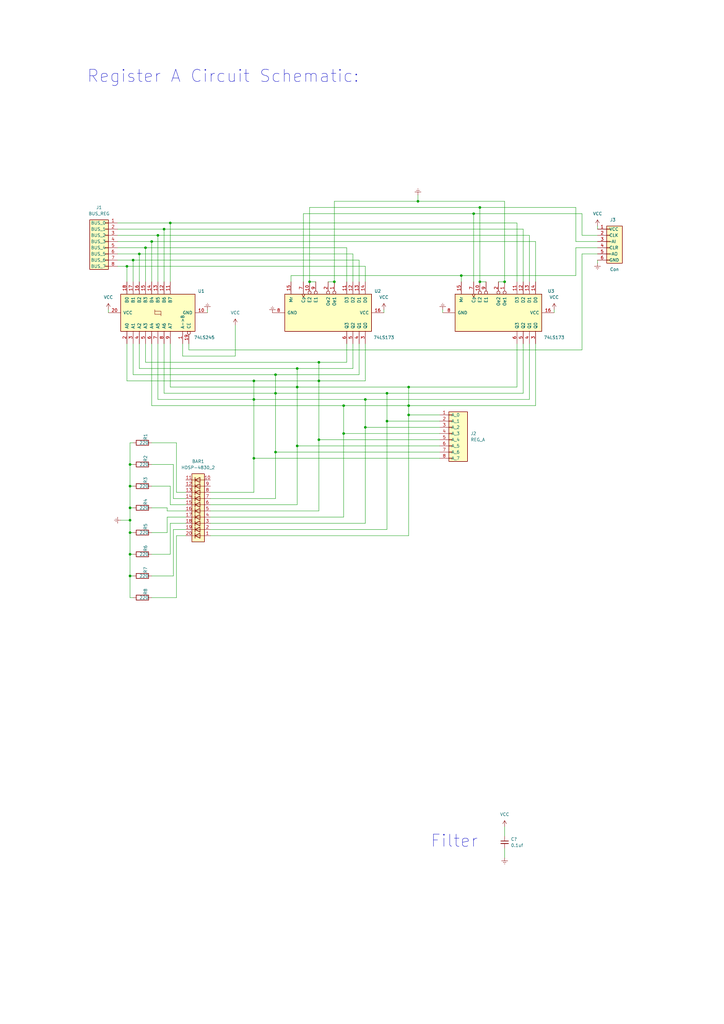
<source format=kicad_sch>
(kicad_sch (version 20211123) (generator eeschema)
  (paper "A3" portrait)
  (lib_symbols
    (symbol "74xx:74LS173" (pin_names (offset 1.016))
      (property "Reference" "U" (at -7.62 19.05 0))
      (property "Value" "74LS173" (at -7.62 -19.05 0))
      (symbol "74LS173_1_0"
        (pin input inverted (at -12.7 2.54 0) (length 5.08) (name "Oe1") (number "1"))
        (pin input inverted (at -12.7 -7.62 0) (length 5.08) (name "E2") (number "10"))
        (pin input line (at -12.7 7.62 0) (length 5.08) (name "D3") (number "11"))
        (pin input line (at -12.7 10.16 0) (length 5.08) (name "D2") (number "12"))
        (pin input line (at -12.7 12.7 0) (length 5.08) (name "D1") (number "13"))
        (pin input line (at -12.7 15.24 0) (length 5.08) (name "D0") (number "14"))
        (pin input line (at -12.7 -15.24 0) (length 5.08) (name "Mr") (number "15"))
        (pin power_in line (at 0 22.86 270) (length 5.08) (name "VCC") (number "16"))
        (pin input inverted (at -12.7 0 0) (length 5.08) (name "Oe2") (number "2"))
        (pin tri_state line (at 12.7 15.24 180) (length 5.08) (name "Q0") (number "3"))
        (pin tri_state line (at 12.7 12.7 180) (length 5.08) (name "Q1") (number "4"))
        (pin tri_state line (at 12.7 10.16 180) (length 5.08) (name "Q2") (number "5"))
        (pin tri_state line (at 12.7 7.62 180) (length 5.08) (name "Q3") (number "6"))
        (pin input clock (at -12.7 -10.16 0) (length 5.08) (name "Cp") (number "7"))
        (pin power_in line (at 0 -22.86 90) (length 5.08) (name "GND") (number "8"))
        (pin input inverted (at -12.7 -5.08 0) (length 5.08) (name "E1") (number "9"))
      )
      (symbol "74LS173_1_1"
        (rectangle (start -7.62 17.78) (end 7.62 -17.78) (stroke (width 0.254)) (fill (type background)))
      )
    )
    (symbol "74xx:74LS245" (pin_names (offset 1.016))
      (property "Reference" "U" (at -7.62 16.51 0))
      (property "Value" "74LS245" (at -7.62 -16.51 0))
      (symbol "74LS245_1_0"
        (polyline (pts (xy -0.635 -1.27) (xy -0.635 1.27) (xy 0.635 1.27)))
        (polyline (pts (xy -1.27 -1.27) (xy 0.635 -1.27) (xy 0.635 1.27) (xy 1.27 1.27)))
        (pin input line (at -12.7 -10.16 0) (length 5.08) (name "A->B") (number "1"))
        (pin power_in line (at 0 -20.32 90) (length 5.08) (name "GND") (number "10"))
        (pin tri_state line (at 12.7 -5.08 180) (length 5.08) (name "B7") (number "11"))
        (pin tri_state line (at 12.7 -2.54 180) (length 5.08) (name "B6") (number "12"))
        (pin tri_state line (at 12.7 0 180) (length 5.08) (name "B5") (number "13"))
        (pin tri_state line (at 12.7 2.54 180) (length 5.08) (name "B4") (number "14"))
        (pin tri_state line (at 12.7 5.08 180) (length 5.08) (name "B3") (number "15"))
        (pin tri_state line (at 12.7 7.62 180) (length 5.08) (name "B2") (number "16"))
        (pin tri_state line (at 12.7 10.16 180) (length 5.08) (name "B1") (number "17"))
        (pin tri_state line (at 12.7 12.7 180) (length 5.08) (name "B0") (number "18"))
        (pin input inverted (at -12.7 -12.7 0) (length 5.08) (name "CE") (number "19"))
        (pin tri_state line (at -12.7 12.7 0) (length 5.08) (name "A0") (number "2"))
        (pin power_in line (at 0 20.32 270) (length 5.08) (name "VCC") (number "20"))
        (pin tri_state line (at -12.7 10.16 0) (length 5.08) (name "A1") (number "3"))
        (pin tri_state line (at -12.7 7.62 0) (length 5.08) (name "A2") (number "4"))
        (pin tri_state line (at -12.7 5.08 0) (length 5.08) (name "A3") (number "5"))
        (pin tri_state line (at -12.7 2.54 0) (length 5.08) (name "A4") (number "6"))
        (pin tri_state line (at -12.7 0 0) (length 5.08) (name "A5") (number "7"))
        (pin tri_state line (at -12.7 -2.54 0) (length 5.08) (name "A6") (number "8"))
        (pin tri_state line (at -12.7 -5.08 0) (length 5.08) (name "A7") (number "9"))
      )
      (symbol "74LS245_1_1"
        (rectangle (start -7.62 15.24) (end 7.62 -15.24) (stroke (width 0.254)) (fill (type background)))
      )
    )
    (symbol "Connector_Generic:Conn_01x06" (pin_names (offset 1.016))
      (property "Reference" "J?" (at 0 8.89 0))
      (property "Value" "Con" (at 0 -11.43 0))
      (symbol "Conn_01x06_1_1"
        (rectangle (start -1.27 -7.493) (end 0 -7.747) (stroke (width 0.1524)))
        (rectangle (start -1.27 -4.953) (end 0 -5.207) (stroke (width 0.1524)))
        (rectangle (start -1.27 -2.413) (end 0 -2.667) (stroke (width 0.1524)))
        (rectangle (start -1.27 0.127) (end 0 -0.127) (stroke (width 0.1524)))
        (rectangle (start -1.27 2.667) (end 0 2.413) (stroke (width 0.1524)))
        (rectangle (start -1.27 5.207) (end 0 4.953) (stroke (width 0.1524)))
        (rectangle (start -1.27 6.35) (end 5.08 -8.89) (stroke (width 0.254)) (fill (type background)))
        (pin passive line (at -5.08 5.08 0) (length 3.81) (name "VCC") (number "1"))
        (pin passive line (at -5.08 2.54 0) (length 3.81) (name "CLK") (number "2"))
        (pin passive line (at -5.08 0 0) (length 3.81) (name "~AI") (number "3"))
        (pin passive line (at -5.08 -2.54 0) (length 3.81) (name "CLR") (number "4"))
        (pin passive line (at -5.08 -5.08 0) (length 3.81) (name "~AO") (number "5"))
        (pin passive line (at -5.08 -7.62 0) (length 3.81) (name "GND") (number "6"))
      )
    )
    (symbol "Device:C_Small" (pin_numbers hide) (pin_names (offset 0.254) hide)
      (property "Reference" "C" (at 0.254 1.778 0))
      (property "Value" "C_Small" (at 0.254 -2.032 0))
      (symbol "C_Small_0_1"
        (polyline (pts (xy -1.524 -0.508) (xy 1.524 -0.508)) (stroke (width 0.3302)))
        (polyline (pts (xy -1.524 0.508) (xy 1.524 0.508)) (stroke (width 0.3048)))
      )
      (symbol "C_Small_1_1"
        (pin passive line (at 0 2.54 270) (length 2.032) (name "~") (number "1"))
        (pin passive line (at 0 -2.54 90) (length 2.032) (name "~") (number "2"))
      )
    )
    (symbol "Device:R" (pin_numbers hide) (pin_names (offset 0))
      (property "Reference" "R" (at 2.032 0 90))
      (property "Value" "R" (at 0 0 90))
      (symbol "R_0_1"
        (rectangle (start -1.016 -2.54) (end 1.016 2.54) (stroke (width 0.254)))
      )
      (symbol "R_1_1"
        (pin passive line (at 0 3.81 270) (length 1.27) (name "~") (number "1"))
        (pin passive line (at 0 -3.81 90) (length 1.27) (name "~") (number "2"))
      )
    )
    (symbol "Earth_1" (power) (pin_names (offset 0))
      (symbol "Earth_1_0_1"
        (polyline (pts (xy -0.635 -1.905) (xy 0.635 -1.905)))
        (polyline (pts (xy -0.127 -2.54) (xy 0.127 -2.54)))
        (polyline (pts (xy 0 -1.27) (xy 0 0)))
        (polyline (pts (xy 1.27 -1.27) (xy -1.27 -1.27)))
      )
      (symbol "Earth_1_1_1"
        (pin power_in line (at 0 0 270) (length 0) hide (name "Earth") (number "1"))
      )
    )
    (symbol "LED:HDSP-4830_2" (pin_names (offset 1.016) hide)
      (property "Reference" "BAR" (at 0 15.24 0))
      (property "Value" "HDSP-4830_2" (at 0 -17.78 0))
      (symbol "HDSP-4830_2_0_1"
        (rectangle (start -2.54 12.7) (end 2.54 -15.24) (stroke (width 0.254)) (fill (type background)))
        (polyline (pts (xy -2.54 -12.7) (xy 2.54 -12.7)))
        (polyline (pts (xy -2.54 -10.16) (xy 2.54 -10.16)))
        (polyline (pts (xy -2.54 -7.62) (xy 2.54 -7.62)))
        (polyline (pts (xy -2.54 -5.08) (xy 2.54 -5.08)))
        (polyline (pts (xy -2.54 0) (xy 2.54 0)))
        (polyline (pts (xy -2.54 5.08) (xy 2.54 5.08)))
        (polyline (pts (xy -2.54 7.62) (xy 2.54 7.62)))
        (polyline (pts (xy -2.54 10.16) (xy 2.54 10.16)))
        (polyline (pts (xy 1.27 -11.684) (xy 1.27 -13.716)) (stroke (width 0.254)))
        (polyline (pts (xy 1.27 -9.144) (xy 1.27 -11.176)) (stroke (width 0.254)))
        (polyline (pts (xy 1.27 -6.604) (xy 1.27 -8.636)) (stroke (width 0.254)))
        (polyline (pts (xy 1.27 -4.064) (xy 1.27 -6.096)) (stroke (width 0.254)))
        (polyline (pts (xy 1.27 -1.524) (xy 1.27 -3.556)) (stroke (width 0.254)))
        (polyline (pts (xy 1.27 1.016) (xy 1.27 -1.016)) (stroke (width 0.254)))
        (polyline (pts (xy 1.27 3.556) (xy 1.27 1.524)) (stroke (width 0.254)))
        (polyline (pts (xy 1.27 6.096) (xy 1.27 4.064)) (stroke (width 0.254)))
        (polyline (pts (xy 1.27 8.636) (xy 1.27 6.604)) (stroke (width 0.254)))
        (polyline (pts (xy 1.27 11.176) (xy 1.27 9.144)) (stroke (width 0.254)))
        (polyline (pts (xy 2.54 -2.54) (xy -2.54 -2.54)))
        (polyline (pts (xy 2.54 2.54) (xy -2.54 2.54)))
        (polyline (pts (xy -0.762 -11.684) (xy -0.762 -13.716) (xy 1.27 -12.7) (xy -0.762 -11.684)) (stroke (width 0.254)))
        (polyline (pts (xy -0.762 -9.144) (xy -0.762 -11.176) (xy 1.27 -10.16) (xy -0.762 -9.144)) (stroke (width 0.254)))
        (polyline (pts (xy -0.762 -6.604) (xy -0.762 -8.636) (xy 1.27 -7.62) (xy -0.762 -6.604)) (stroke (width 0.254)))
        (polyline (pts (xy -0.762 -4.064) (xy -0.762 -6.096) (xy 1.27 -5.08) (xy -0.762 -4.064)) (stroke (width 0.254)))
        (polyline (pts (xy -0.762 -1.524) (xy -0.762 -3.556) (xy 1.27 -2.54) (xy -0.762 -1.524)) (stroke (width 0.254)))
        (polyline (pts (xy -0.762 1.016) (xy -0.762 -1.016) (xy 1.27 0) (xy -0.762 1.016)) (stroke (width 0.254)))
        (polyline (pts (xy -0.762 3.556) (xy -0.762 1.524) (xy 1.27 2.54) (xy -0.762 3.556)) (stroke (width 0.254)))
        (polyline (pts (xy -0.762 6.096) (xy -0.762 4.064) (xy 1.27 5.08) (xy -0.762 6.096)) (stroke (width 0.254)))
        (polyline (pts (xy -0.762 8.636) (xy -0.762 6.604) (xy 1.27 7.62) (xy -0.762 8.636)) (stroke (width 0.254)))
        (polyline (pts (xy -0.762 11.176) (xy -0.762 9.144) (xy 1.27 10.16) (xy -0.762 11.176)) (stroke (width 0.254)))
      )
      (symbol "HDSP-4830_2_1_1"
        (pin passive line (at -5.08 10.16 0) (length 2.54) (name "A") (number "1"))
        (pin passive line (at -5.08 -12.7 0) (length 2.54) (name "A") (number "10"))
        (pin passive line (at 5.08 -12.7 180) (length 2.54) (name "K") (number "11"))
        (pin passive line (at 5.08 -10.16 180) (length 2.54) (name "K") (number "12"))
        (pin passive line (at 5.08 -7.62 180) (length 2.54) (name "K") (number "13"))
        (pin passive line (at 5.08 -5.08 180) (length 2.54) (name "K") (number "14"))
        (pin passive line (at 5.08 -2.54 180) (length 2.54) (name "K") (number "15"))
        (pin passive line (at 5.08 0 180) (length 2.54) (name "K") (number "16"))
        (pin passive line (at 5.08 2.54 180) (length 2.54) (name "K") (number "17"))
        (pin passive line (at 5.08 5.08 180) (length 2.54) (name "K") (number "18"))
        (pin passive line (at 5.08 7.62 180) (length 2.54) (name "K") (number "19"))
        (pin passive line (at -5.08 7.62 0) (length 2.54) (name "A") (number "2"))
        (pin passive line (at 5.08 10.16 180) (length 2.54) (name "K") (number "20"))
        (pin passive line (at -5.08 5.08 0) (length 2.54) (name "A") (number "3"))
        (pin passive line (at -5.08 2.54 0) (length 2.54) (name "A") (number "4"))
        (pin passive line (at -5.08 0 0) (length 2.54) (name "A") (number "5"))
        (pin passive line (at -5.08 -2.54 0) (length 2.54) (name "A") (number "6"))
        (pin passive line (at -5.08 -5.08 0) (length 2.54) (name "A") (number "7"))
        (pin passive line (at -5.08 -7.62 0) (length 2.54) (name "A") (number "8"))
        (pin passive line (at -5.08 -10.16 0) (length 2.54) (name "A") (number "9"))
      )
    )
    (symbol "Register_A_Library:BUS_REG" (pin_names (offset 1.016))
      (property "Reference" "J?" (at 0 16.51 0))
      (property "Value" "BUS_REG" (at 0 13.97 0))
      (symbol "BUS_REG_1_1"
        (rectangle (start -1.27 -10.033) (end 0 -10.287) (stroke (width 0.1524)))
        (rectangle (start -1.27 -7.493) (end 0 -7.747) (stroke (width 0.1524)))
        (rectangle (start -1.27 -4.953) (end 0 -5.207) (stroke (width 0.1524)))
        (rectangle (start -1.27 -2.413) (end 0 -2.667) (stroke (width 0.1524)))
        (rectangle (start -1.27 0.127) (end 0 -0.127) (stroke (width 0.1524)))
        (rectangle (start -1.27 2.667) (end 0 2.413) (stroke (width 0.1524)))
        (rectangle (start -1.27 5.207) (end 0 4.953) (stroke (width 0.1524)))
        (rectangle (start -1.27 7.747) (end 0 7.493) (stroke (width 0.1524)))
        (rectangle (start -1.27 8.89) (end 6.35 -11.43) (stroke (width 0.254)) (fill (type background)))
        (pin passive line (at -5.08 7.62 0) (length 3.81) (name "BUS_0") (number "1"))
        (pin passive line (at -5.08 5.08 0) (length 3.81) (name "BUS_1") (number "2"))
        (pin passive line (at -5.08 2.54 0) (length 3.81) (name "BUS_2") (number "3"))
        (pin passive line (at -5.08 0 0) (length 3.81) (name "BUS_3") (number "4"))
        (pin passive line (at -5.08 -2.54 0) (length 3.81) (name "BUS_4") (number "5"))
        (pin passive line (at -5.08 -5.08 0) (length 3.81) (name "BUS_5") (number "6"))
        (pin passive line (at -5.08 -7.62 0) (length 3.81) (name "BUS_6") (number "7"))
        (pin passive line (at -5.08 -10.16 0) (length 3.81) (name "BUS_7") (number "8"))
      )
    )
    (symbol "Register_A_Library:REG_A" (pin_names (offset 1.016))
      (property "Reference" "J?" (at 0 16.51 0))
      (property "Value" "REG_A" (at 0 13.97 0))
      (symbol "REG_A_1_1"
        (rectangle (start -1.27 -10.033) (end 0 -10.287) (stroke (width 0.1524)))
        (rectangle (start -1.27 -7.493) (end 0 -7.747) (stroke (width 0.1524)))
        (rectangle (start -1.27 -4.953) (end 0 -5.207) (stroke (width 0.1524)))
        (rectangle (start -1.27 -2.413) (end 0 -2.667) (stroke (width 0.1524)))
        (rectangle (start -1.27 0.127) (end 0 -0.127) (stroke (width 0.1524)))
        (rectangle (start -1.27 2.667) (end 0 2.413) (stroke (width 0.1524)))
        (rectangle (start -1.27 5.207) (end 0 4.953) (stroke (width 0.1524)))
        (rectangle (start -1.27 7.747) (end 0 7.493) (stroke (width 0.1524)))
        (rectangle (start -1.27 8.89) (end 6.35 -11.43) (stroke (width 0.254)) (fill (type background)))
        (pin passive line (at -5.08 7.62 0) (length 3.81) (name "A_0") (number "1"))
        (pin passive line (at -5.08 5.08 0) (length 3.81) (name "A_1") (number "2"))
        (pin passive line (at -5.08 2.54 0) (length 3.81) (name "A_2") (number "3"))
        (pin passive line (at -5.08 0 0) (length 3.81) (name "A_3") (number "4"))
        (pin passive line (at -5.08 -2.54 0) (length 3.81) (name "A_4") (number "5"))
        (pin passive line (at -5.08 -5.08 0) (length 3.81) (name "A_5") (number "6"))
        (pin passive line (at -5.08 -7.62 0) (length 3.81) (name "A_6") (number "7"))
        (pin passive line (at -5.08 -10.16 0) (length 3.81) (name "A_7") (number "8"))
      )
    )
    (symbol "power:Earth" (power) (pin_names (offset 0))
      (symbol "Earth_0_1"
        (polyline (pts (xy -0.635 -1.905) (xy 0.635 -1.905)))
        (polyline (pts (xy -0.127 -2.54) (xy 0.127 -2.54)))
        (polyline (pts (xy 0 -1.27) (xy 0 0)))
        (polyline (pts (xy 1.27 -1.27) (xy -1.27 -1.27)))
      )
      (symbol "Earth_1_1"
        (pin power_in line (at 0 0 270) (length 0) hide (name "Earth") (number "1"))
      )
    )
    (symbol "power:VCC" (power) (pin_names (offset 0))
      (property "Value" "VCC" (at 0 3.81 0))
      (symbol "VCC_0_1"
        (polyline (pts (xy -0.762 1.27) (xy 0 2.54)))
        (polyline (pts (xy 0 0) (xy 0 2.54)))
        (polyline (pts (xy 0 2.54) (xy 0.762 1.27)))
      )
      (symbol "VCC_1_1"
        (pin power_in line (at 0 0 90) (length 0) hide (name "VCC") (number "1"))
      )
    )
  )
  (junction (at 149.86 163.83))
  (junction (at 167.64 170.18))
  (junction (at 121.92 182.88))
  (junction (at 53.34 208.28))
  (junction (at 53.34 236.22))
  (junction (at 104.14 156.21))
  (junction (at 104.14 163.83))
  (junction (at 130.81 180.34))
  (junction (at 53.34 227.33))
  (junction (at 113.03 185.42))
  (junction (at 167.64 166.37))
  (junction (at 167.64 158.75))
  (junction (at 53.34 218.44))
  (junction (at 59.69 101.6))
  (junction (at 113.03 161.29))
  (junction (at 67.31 93.98))
  (junction (at 52.07 109.22))
  (junction (at 104.14 187.96))
  (junction (at 194.31 87.63))
  (junction (at 53.34 213.36))
  (junction (at 127 115.57))
  (junction (at 140.97 166.37))
  (junction (at 207.01 115.57))
  (junction (at 53.34 190.5))
  (junction (at 196.85 115.57))
  (junction (at 130.81 156.21))
  (junction (at 69.85 91.44))
  (junction (at 121.92 158.75))
  (junction (at 113.03 153.67))
  (junction (at 189.23 113.03))
  (junction (at 171.45 82.55))
  (junction (at 64.77 96.52))
  (junction (at 196.85 85.09))
  (junction (at 130.81 148.59))
  (junction (at 158.75 172.72))
  (junction (at 121.92 151.13))
  (junction (at 158.75 161.29))
  (junction (at 140.97 177.8))
  (junction (at 54.61 106.68))
  (junction (at 62.23 99.06))
  (junction (at 57.15 104.14))
  (junction (at 149.86 175.26))
  (junction (at 137.16 115.57))
  (junction (at 53.34 199.39))
  (wire (pts (xy 53.34 236.22) (xy 53.34 227.33)))
  (wire (pts (xy 69.85 158.75) (xy 69.85 140.97)))
  (wire (pts (xy 69.85 91.44) (xy 212.09 91.44)))
  (wire (pts (xy 104.14 163.83) (xy 104.14 187.96)))
  (wire (pts (xy 53.34 245.11) (xy 53.34 236.22)))
  (wire (pts (xy 74.93 140.97) (xy 74.93 146.05)))
  (wire (pts (xy 48.26 91.44) (xy 69.85 91.44)))
  (wire (pts (xy 72.39 219.71) (xy 76.2 219.71)))
  (wire (pts (xy 121.92 151.13) (xy 57.15 151.13)))
  (wire (pts (xy 62.23 166.37) (xy 140.97 166.37)))
  (wire (pts (xy 57.15 115.57) (xy 57.15 104.14)))
  (wire (pts (xy 53.34 218.44) (xy 54.61 218.44)))
  (wire (pts (xy 64.77 96.52) (xy 217.17 96.52)))
  (wire (pts (xy 69.85 207.01) (xy 69.85 199.39)))
  (wire (pts (xy 130.81 180.34) (xy 180.34 180.34)))
  (wire (pts (xy 236.22 113.03) (xy 236.22 101.6)))
  (wire (pts (xy 134.62 115.57) (xy 137.16 115.57)))
  (wire (pts (xy 53.34 208.28) (xy 54.61 208.28)))
  (wire (pts (xy 121.92 182.88) (xy 180.34 182.88)))
  (wire (pts (xy 130.81 209.55) (xy 86.36 209.55)))
  (wire (pts (xy 171.45 80.01) (xy 171.45 82.55)))
  (wire (pts (xy 142.24 101.6) (xy 142.24 115.57)))
  (wire (pts (xy 149.86 156.21) (xy 130.81 156.21)))
  (wire (pts (xy 104.14 156.21) (xy 52.07 156.21)))
  (wire (pts (xy 245.11 107.95) (xy 245.11 106.68)))
  (wire (pts (xy 44.45 127) (xy 44.45 128.27)))
  (wire (pts (xy 64.77 96.52) (xy 64.77 115.57)))
  (wire (pts (xy 236.22 85.09) (xy 236.22 99.06)))
  (wire (pts (xy 53.34 236.22) (xy 54.61 236.22)))
  (wire (pts (xy 77.47 143.51) (xy 238.76 143.51)))
  (wire (pts (xy 62.23 140.97) (xy 62.23 166.37)))
  (wire (pts (xy 69.85 115.57) (xy 69.85 91.44)))
  (wire (pts (xy 149.86 163.83) (xy 149.86 175.26)))
  (wire (pts (xy 96.52 146.05) (xy 96.52 133.35)))
  (wire (pts (xy 140.97 166.37) (xy 140.97 177.8)))
  (wire (pts (xy 147.32 106.68) (xy 147.32 115.57)))
  (wire (pts (xy 227.33 127) (xy 227.33 128.27)))
  (wire (pts (xy 167.64 219.71) (xy 86.36 219.71)))
  (wire (pts (xy 59.69 101.6) (xy 142.24 101.6)))
  (wire (pts (xy 113.03 153.67) (xy 54.61 153.67)))
  (wire (pts (xy 52.07 140.97) (xy 52.07 156.21)))
  (wire (pts (xy 121.92 207.01) (xy 86.36 207.01)))
  (wire (pts (xy 59.69 148.59) (xy 59.69 140.97)))
  (wire (pts (xy 62.23 245.11) (xy 72.39 245.11)))
  (wire (pts (xy 149.86 175.26) (xy 180.34 175.26)))
  (wire (pts (xy 140.97 212.09) (xy 86.36 212.09)))
  (wire (pts (xy 144.78 140.97) (xy 144.78 151.13)))
  (wire (pts (xy 67.31 140.97) (xy 67.31 161.29)))
  (wire (pts (xy 121.92 158.75) (xy 121.92 151.13)))
  (wire (pts (xy 104.14 187.96) (xy 104.14 201.93)))
  (wire (pts (xy 53.34 208.28) (xy 53.34 199.39)))
  (wire (pts (xy 113.03 185.42) (xy 113.03 204.47)))
  (wire (pts (xy 219.71 99.06) (xy 219.71 115.57)))
  (wire (pts (xy 76.2 201.93) (xy 72.39 201.93)))
  (wire (pts (xy 48.26 93.98) (xy 67.31 93.98)))
  (wire (pts (xy 68.58 209.55) (xy 68.58 208.28)))
  (wire (pts (xy 157.48 127) (xy 157.48 128.27)))
  (wire (pts (xy 68.58 212.09) (xy 68.58 218.44)))
  (wire (pts (xy 236.22 99.06) (xy 245.11 99.06)))
  (wire (pts (xy 212.09 115.57) (xy 212.09 91.44)))
  (wire (pts (xy 59.69 148.59) (xy 130.81 148.59)))
  (wire (pts (xy 167.64 170.18) (xy 180.34 170.18)))
  (wire (pts (xy 130.81 156.21) (xy 104.14 156.21)))
  (wire (pts (xy 171.45 82.55) (xy 207.01 82.55)))
  (wire (pts (xy 52.07 109.22) (xy 52.07 115.57)))
  (wire (pts (xy 167.64 166.37) (xy 219.71 166.37)))
  (wire (pts (xy 113.03 161.29) (xy 67.31 161.29)))
  (wire (pts (xy 76.2 204.47) (xy 71.12 204.47)))
  (wire (pts (xy 149.86 140.97) (xy 149.86 156.21)))
  (wire (pts (xy 130.81 180.34) (xy 130.81 156.21)))
  (wire (pts (xy 62.23 99.06) (xy 62.23 115.57)))
  (wire (pts (xy 217.17 96.52) (xy 217.17 115.57)))
  (wire (pts (xy 238.76 104.14) (xy 245.11 104.14)))
  (wire (pts (xy 219.71 166.37) (xy 219.71 140.97)))
  (wire (pts (xy 53.34 190.5) (xy 53.34 181.61)))
  (wire (pts (xy 149.86 175.26) (xy 149.86 214.63)))
  (wire (pts (xy 130.81 148.59) (xy 142.24 148.59)))
  (wire (pts (xy 53.34 199.39) (xy 53.34 190.5)))
  (wire (pts (xy 147.32 140.97) (xy 147.32 153.67)))
  (wire (pts (xy 71.12 204.47) (xy 71.12 190.5)))
  (wire (pts (xy 137.16 82.55) (xy 171.45 82.55)))
  (wire (pts (xy 204.47 115.57) (xy 207.01 115.57)))
  (wire (pts (xy 196.85 115.57) (xy 196.85 85.09)))
  (wire (pts (xy 76.2 207.01) (xy 69.85 207.01)))
  (wire (pts (xy 121.92 158.75) (xy 69.85 158.75)))
  (wire (pts (xy 189.23 113.03) (xy 189.23 115.57)))
  (wire (pts (xy 104.14 163.83) (xy 64.77 163.83)))
  (wire (pts (xy 147.32 153.67) (xy 113.03 153.67)))
  (wire (pts (xy 76.2 209.55) (xy 68.58 209.55)))
  (wire (pts (xy 196.85 85.09) (xy 236.22 85.09)))
  (wire (pts (xy 214.63 93.98) (xy 214.63 115.57)))
  (wire (pts (xy 130.81 156.21) (xy 130.81 148.59)))
  (wire (pts (xy 48.26 109.22) (xy 52.07 109.22)))
  (wire (pts (xy 129.54 115.57) (xy 127 115.57)))
  (wire (pts (xy 69.85 214.63) (xy 76.2 214.63)))
  (wire (pts (xy 121.92 182.88) (xy 121.92 207.01)))
  (wire (pts (xy 53.34 199.39) (xy 54.61 199.39)))
  (wire (pts (xy 62.23 99.06) (xy 219.71 99.06)))
  (wire (pts (xy 214.63 140.97) (xy 214.63 161.29)))
  (wire (pts (xy 71.12 190.5) (xy 62.23 190.5)))
  (wire (pts (xy 48.26 106.68) (xy 54.61 106.68)))
  (wire (pts (xy 68.58 208.28) (xy 62.23 208.28)))
  (wire (pts (xy 72.39 245.11) (xy 72.39 219.71)))
  (wire (pts (xy 158.75 161.29) (xy 113.03 161.29)))
  (wire (pts (xy 142.24 140.97) (xy 142.24 148.59)))
  (wire (pts (xy 194.31 87.63) (xy 194.31 115.57)))
  (wire (pts (xy 53.34 227.33) (xy 54.61 227.33)))
  (wire (pts (xy 53.34 213.36) (xy 53.34 208.28)))
  (wire (pts (xy 149.86 163.83) (xy 104.14 163.83)))
  (wire (pts (xy 144.78 151.13) (xy 121.92 151.13)))
  (wire (pts (xy 77.47 140.97) (xy 77.47 143.51)))
  (wire (pts (xy 53.34 218.44) (xy 53.34 213.36)))
  (wire (pts (xy 144.78 104.14) (xy 144.78 115.57)))
  (wire (pts (xy 140.97 166.37) (xy 167.64 166.37)))
  (wire (pts (xy 167.64 166.37) (xy 167.64 158.75)))
  (wire (pts (xy 59.69 101.6) (xy 59.69 115.57)))
  (wire (pts (xy 181.61 127) (xy 181.61 128.27)))
  (wire (pts (xy 207.01 347.98) (xy 207.01 351.79)))
  (wire (pts (xy 214.63 161.29) (xy 158.75 161.29)))
  (wire (pts (xy 62.23 236.22) (xy 71.12 236.22)))
  (wire (pts (xy 57.15 151.13) (xy 57.15 140.97)))
  (wire (pts (xy 196.85 115.57) (xy 199.39 115.57)))
  (wire (pts (xy 54.61 106.68) (xy 147.32 106.68)))
  (wire (pts (xy 149.86 214.63) (xy 86.36 214.63)))
  (wire (pts (xy 130.81 180.34) (xy 130.81 209.55)))
  (wire (pts (xy 127 85.09) (xy 196.85 85.09)))
  (wire (pts (xy 217.17 140.97) (xy 217.17 163.83)))
  (wire (pts (xy 158.75 172.72) (xy 158.75 217.17)))
  (wire (pts (xy 52.07 109.22) (xy 149.86 109.22)))
  (wire (pts (xy 48.26 104.14) (xy 57.15 104.14)))
  (wire (pts (xy 194.31 87.63) (xy 238.76 87.63)))
  (wire (pts (xy 119.38 113.03) (xy 189.23 113.03)))
  (wire (pts (xy 238.76 87.63) (xy 238.76 96.52)))
  (wire (pts (xy 149.86 109.22) (xy 149.86 115.57)))
  (wire (pts (xy 68.58 218.44) (xy 62.23 218.44)))
  (wire (pts (xy 48.26 96.52) (xy 64.77 96.52)))
  (wire (pts (xy 69.85 227.33) (xy 69.85 214.63)))
  (wire (pts (xy 53.34 213.36) (xy 49.53 213.36)))
  (wire (pts (xy 236.22 101.6) (xy 245.11 101.6)))
  (wire (pts (xy 238.76 104.14) (xy 238.76 143.51)))
  (wire (pts (xy 104.14 163.83) (xy 104.14 156.21)))
  (wire (pts (xy 158.75 217.17) (xy 86.36 217.17)))
  (wire (pts (xy 212.09 158.75) (xy 167.64 158.75)))
  (wire (pts (xy 238.76 96.52) (xy 245.11 96.52)))
  (wire (pts (xy 140.97 177.8) (xy 180.34 177.8)))
  (wire (pts (xy 158.75 161.29) (xy 158.75 172.72)))
  (wire (pts (xy 113.03 161.29) (xy 113.03 153.67)))
  (wire (pts (xy 72.39 201.93) (xy 72.39 181.61)))
  (wire (pts (xy 85.09 127) (xy 85.09 128.27)))
  (wire (pts (xy 53.34 227.33) (xy 53.34 218.44)))
  (wire (pts (xy 124.46 115.57) (xy 124.46 87.63)))
  (wire (pts (xy 67.31 93.98) (xy 214.63 93.98)))
  (wire (pts (xy 113.03 185.42) (xy 180.34 185.42)))
  (wire (pts (xy 217.17 163.83) (xy 149.86 163.83)))
  (wire (pts (xy 72.39 181.61) (xy 62.23 181.61)))
  (wire (pts (xy 71.12 236.22) (xy 71.12 217.17)))
  (wire (pts (xy 127 85.09) (xy 127 115.57)))
  (wire (pts (xy 158.75 172.72) (xy 180.34 172.72)))
  (wire (pts (xy 167.64 158.75) (xy 121.92 158.75)))
  (wire (pts (xy 167.64 170.18) (xy 167.64 219.71)))
  (wire (pts (xy 207.01 339.09) (xy 207.01 342.9)))
  (wire (pts (xy 62.23 227.33) (xy 69.85 227.33)))
  (wire (pts (xy 212.09 140.97) (xy 212.09 158.75)))
  (wire (pts (xy 54.61 245.11) (xy 53.34 245.11)))
  (wire (pts (xy 71.12 217.17) (xy 76.2 217.17)))
  (wire (pts (xy 54.61 106.68) (xy 54.61 115.57)))
  (wire (pts (xy 69.85 199.39) (xy 62.23 199.39)))
  (wire (pts (xy 137.16 115.57) (xy 137.16 82.55)))
  (wire (pts (xy 119.38 115.57) (xy 119.38 113.03)))
  (wire (pts (xy 48.26 99.06) (xy 62.23 99.06)))
  (wire (pts (xy 189.23 113.03) (xy 236.22 113.03)))
  (wire (pts (xy 124.46 87.63) (xy 194.31 87.63)))
  (wire (pts (xy 245.11 92.71) (xy 245.11 93.98)))
  (wire (pts (xy 104.14 201.93) (xy 86.36 201.93)))
  (wire (pts (xy 54.61 153.67) (xy 54.61 140.97)))
  (wire (pts (xy 167.64 166.37) (xy 167.64 170.18)))
  (wire (pts (xy 140.97 177.8) (xy 140.97 212.09)))
  (wire (pts (xy 67.31 93.98) (xy 67.31 115.57)))
  (wire (pts (xy 121.92 158.75) (xy 121.92 182.88)))
  (wire (pts (xy 53.34 181.61) (xy 54.61 181.61)))
  (wire (pts (xy 207.01 82.55) (xy 207.01 115.57)))
  (wire (pts (xy 76.2 212.09) (xy 68.58 212.09)))
  (wire (pts (xy 64.77 140.97) (xy 64.77 163.83)))
  (wire (pts (xy 113.03 204.47) (xy 86.36 204.47)))
  (wire (pts (xy 48.26 101.6) (xy 59.69 101.6)))
  (wire (pts (xy 104.14 187.96) (xy 180.34 187.96)))
  (wire (pts (xy 53.34 190.5) (xy 54.61 190.5)))
  (wire (pts (xy 57.15 104.14) (xy 144.78 104.14)))
  (wire (pts (xy 113.03 161.29) (xy 113.03 185.42)))
  (wire (pts (xy 74.93 146.05) (xy 96.52 146.05)))
  (text "Register A Circuit Schematic:" (at 35.56 34.29 0) (effects (font (size 5 5)) (justify left bottom)))
  (text "Filter" (at 176.53 347.98 0) (effects (font (size 5 5)) (justify left bottom)))
  (symbol (lib_id "power:Earth") (at 49.53 213.36 270) (unit 1)
    (property "Reference" "#PWR02" (effects hide))
    (property "Value" "Earth" (effects hide))
  )
  (symbol (lib_name "Earth_1") (lib_id "power:Earth") (at 207.01 351.79 0) (unit 1)
    (property "Reference" "#PWR?" (effects hide))
    (property "Value" "Earth" (effects hide))
  )
  (symbol (lib_id "Register_A_Library:BUS_REG") (at 43.18 99.06 0) (mirror y) (unit 1)
    (property "Reference" "J1" (at 40.64 85.09 0))
    (property "Value" "BUS_REG" (at 40.64 87.63 0))
    (property "Footprint" "Connector_PinHeader_1.00mm:PinHeader_1x08_P1.00mm_Vertical" (effects hide))
  )
  (symbol (lib_id "Device:R") (at 58.42 236.22 90) (unit 1)
    (property "Reference" "R7" (at 59.69 232.41 0) (effects (justify right)))
    (property "Value" "220" (at 57.15 236.22 90) (effects (justify right)))
    (property "Footprint" "Resistor_THT:R_Axial_DIN0204_L3.6mm_D1.6mm_P5.08mm_Horizontal" (effects hide))
  )
  (symbol (lib_id "power:VCC") (at 207.01 339.09 0) (unit 1)
    (property "Reference" "#PWR?" (effects hide))
    (property "Value" "VCC" (at 207.01 334.01 0))
  )
  (symbol (lib_id "LED:HDSP-4830_2") (at 81.28 209.55 180) (unit 1)
    (property "Reference" "BAR1" (at 81.28 189.23 0))
    (property "Value" "HDSP-4830_2" (at 81.28 191.77 0))
    (property "Footprint" "Display:HDSP-4830" (effects hide))
    (property "Datasheet" "https://docs.broadcom.com/docs/AV02-1798EN" (effects hide))
  )
  (symbol (lib_id "power:VCC") (at 157.48 127 0) (unit 1)
    (property "Reference" "#PWR06" (effects hide))
    (property "Value" "VCC" (at 157.48 121.92 0))
  )
  (symbol (lib_id "power:Earth") (at 111.76 128.27 180) (unit 1)
    (property "Reference" "#PWR05" (effects hide))
    (property "Value" "Earth" (effects hide))
  )
  (symbol (lib_id "power:Earth") (at 171.45 80.01 180) (unit 1)
    (property "Reference" "#PWR07" (effects hide))
    (property "Value" "Earth" (effects hide))
  )
  (symbol (lib_id "Device:R") (at 58.42 208.28 90) (unit 1)
    (property "Reference" "R4" (at 59.69 204.47 0) (effects (justify right)))
    (property "Value" "220" (at 57.15 208.28 90) (effects (justify right)))
    (property "Footprint" "Resistor_THT:R_Axial_DIN0204_L3.6mm_D1.6mm_P5.08mm_Horizontal" (effects hide))
  )
  (symbol (lib_id "Device:R") (at 58.42 245.11 90) (unit 1)
    (property "Reference" "R8" (at 59.69 241.3 0) (effects (justify right)))
    (property "Value" "220" (at 57.15 245.11 90) (effects (justify right)))
    (property "Footprint" "Resistor_THT:R_Axial_DIN0204_L3.6mm_D1.6mm_P5.08mm_Horizontal" (effects hide))
  )
  (symbol (lib_id "power:Earth") (at 85.09 127 180) (unit 1)
    (property "Reference" "#PWR03" (effects hide))
    (property "Value" "Earth" (effects hide))
  )
  (symbol (lib_id "power:Earth") (at 181.61 127 180) (unit 1)
    (property "Reference" "#PWR08" (effects hide))
    (property "Value" "Earth" (effects hide))
  )
  (symbol (lib_id "Connector_Generic:Conn_01x06") (at 250.19 99.06 0) (unit 1)
    (property "Reference" "J3" (at 250.19 90.17 0) (effects (justify left)))
    (property "Value" "Con" (at 250.19 110.49 0) (effects (justify left)))
    (property "Footprint" "Connector_PinHeader_1.00mm:PinHeader_1x06_P1.00mm_Vertical" (effects hide))
  )
  (symbol (lib_id "Device:R") (at 58.42 181.61 90) (unit 1)
    (property "Reference" "R1" (at 59.69 177.8 0) (effects (justify right)))
    (property "Value" "220" (at 57.15 181.61 90) (effects (justify right)))
    (property "Footprint" "Resistor_THT:R_Axial_DIN0204_L3.6mm_D1.6mm_P5.08mm_Horizontal" (effects hide))
  )
  (symbol (lib_id "power:VCC") (at 227.33 127 0) (unit 1)
    (property "Reference" "#PWR09" (effects hide))
    (property "Value" "VCC" (at 227.33 121.92 0))
  )
  (symbol (lib_id "74xx:74LS245") (at 64.77 128.27 90) (unit 1)
    (property "Reference" "U1" (at 82.55 119.38 90))
    (property "Value" "74LS245" (at 83.82 138.43 90))
    (property "Footprint" "Package_DIP:DIP-20_W7.62mm" (effects hide))
    (property "Datasheet" "http://www.ti.com/lit/gpn/sn74LS245" (effects hide))
  )
  (symbol (lib_id "74xx:74LS173") (at 134.62 128.27 270) (unit 1)
    (property "Reference" "U2" (at 154.94 119.38 90))
    (property "Value" "74LS173" (at 157.48 138.43 90))
    (property "Footprint" "Package_DIP:DIP-16_W7.62mm" (effects hide))
    (property "Datasheet" "http://www.ti.com/lit/gpn/sn74LS173" (effects hide))
  )
  (symbol (lib_id "Register_A_Library:REG_A") (at 185.42 177.8 0) (unit 1)
    (property "Reference" "J2" (at 193.04 177.7999 0) (effects (justify left)))
    (property "Value" "REG_A" (at 193.04 180.3399 0) (effects (justify left)))
    (property "Footprint" "Connector_PinHeader_1.00mm:PinHeader_1x08_P1.00mm_Vertical" (effects hide))
  )
  (symbol (lib_id "Device:R") (at 58.42 218.44 90) (unit 1)
    (property "Reference" "R5" (at 59.69 214.63 0) (effects (justify right)))
    (property "Value" "220" (at 57.15 218.44 90) (effects (justify right)))
    (property "Footprint" "Resistor_THT:R_Axial_DIN0204_L3.6mm_D1.6mm_P5.08mm_Horizontal" (effects hide))
  )
  (symbol (lib_id "Device:R") (at 58.42 199.39 90) (unit 1)
    (property "Reference" "R3" (at 59.69 195.58 0) (effects (justify right)))
    (property "Value" "220" (at 57.15 199.39 90) (effects (justify right)))
    (property "Footprint" "Resistor_THT:R_Axial_DIN0204_L3.6mm_D1.6mm_P5.08mm_Horizontal" (effects hide))
  )
  (symbol (lib_id "Device:R") (at 58.42 227.33 90) (unit 1)
    (property "Reference" "R6" (at 59.69 223.52 0) (effects (justify right)))
    (property "Value" "220" (at 57.15 227.33 90) (effects (justify right)))
    (property "Footprint" "Resistor_THT:R_Axial_DIN0204_L3.6mm_D1.6mm_P5.08mm_Horizontal" (effects hide))
  )
  (symbol (lib_id "74xx:74LS173") (at 204.47 128.27 270) (unit 1)
    (property "Reference" "U3" (at 226.06 119.38 90))
    (property "Value" "74LS173" (at 227.33 138.43 90))
    (property "Footprint" "Package_DIP:DIP-16_W7.62mm" (effects hide))
    (property "Datasheet" "http://www.ti.com/lit/gpn/sn74LS173" (effects hide))
  )
  (symbol (lib_id "Device:R") (at 58.42 190.5 90) (unit 1)
    (property "Reference" "R2" (at 59.69 186.69 0) (effects (justify right)))
    (property "Value" "220" (at 57.15 190.5 90) (effects (justify right)))
    (property "Footprint" "Resistor_THT:R_Axial_DIN0204_L3.6mm_D1.6mm_P5.08mm_Horizontal" (effects hide))
  )
  (symbol (lib_id "power:VCC") (at 44.45 127 0) (unit 1)
    (property "Reference" "#PWR01" (effects hide))
    (property "Value" "VCC" (at 44.45 121.92 0))
  )
  (symbol (lib_id "power:VCC") (at 245.11 92.71 0) (unit 1)
    (property "Reference" "#PWR010" (effects hide))
    (property "Value" "VCC" (at 245.11 87.63 0))
  )
  (symbol (lib_id "power:Earth") (at 245.11 107.95 0) (unit 1)
    (property "Reference" "#PWR011" (effects hide))
    (property "Value" "Earth" (effects hide))
  )
  (symbol (lib_id "power:VCC") (at 96.52 133.35 0) (unit 1)
    (property "Reference" "#PWR04" (effects hide))
    (property "Value" "VCC" (at 96.52 128.27 0))
  )
  (symbol (lib_id "Device:C_Small") (at 207.01 345.44 0) (unit 1)
    (property "Reference" "C?" (at 209.55 344.1762 0) (effects (justify left)))
    (property "Value" "0.1uf" (at 209.55 346.7162 0) (effects (justify left)))
  )
)
</source>
